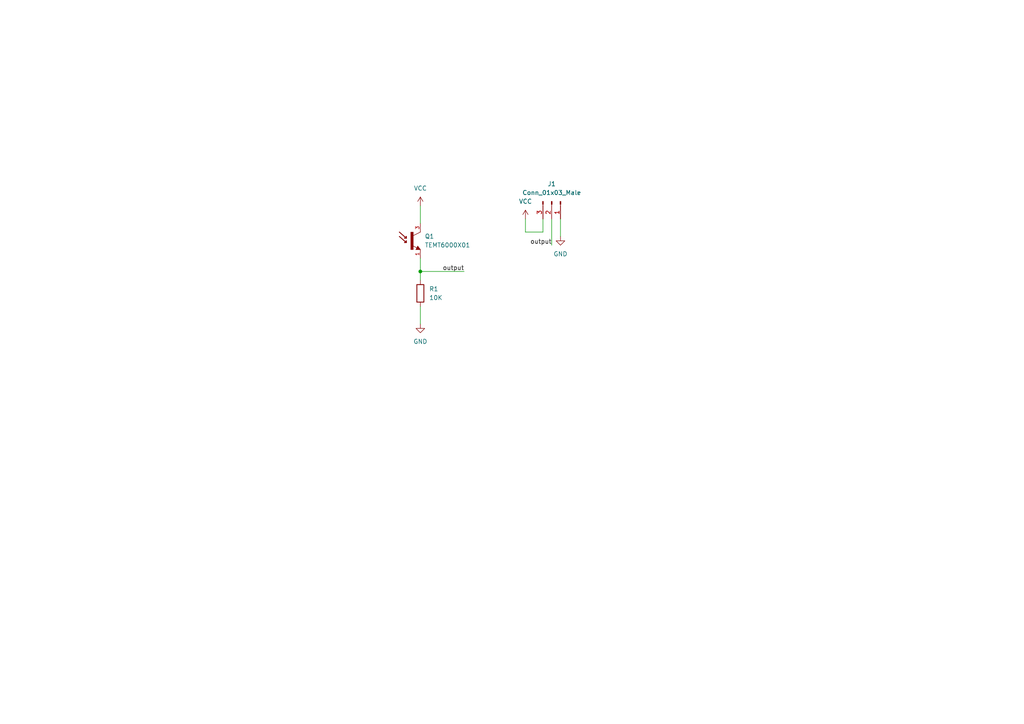
<source format=kicad_sch>
(kicad_sch (version 20211123) (generator eeschema)
  (paper "A4")
  (lib_symbols
    (symbol "Connector:Conn_01x03_Male" (pin_names (offset 1.016) hide)
      (property "Reference" "J" (at 0 5.08 0))
      (property "Value" "Conn_01x03_Male" (at 0 -5.08 0))
      (symbol "Conn_01x03_Male_1_1"
        (polyline (pts (xy 1.27 -2.54) (xy 0.8636 -2.54)) (stroke (width 0.1524)))
        (polyline (pts (xy 1.27 0) (xy 0.8636 0)) (stroke (width 0.1524)))
        (polyline (pts (xy 1.27 2.54) (xy 0.8636 2.54)) (stroke (width 0.1524)))
        (rectangle (start 0.8636 -2.413) (end 0 -2.667) (stroke (width 0.1524)) (fill (type outline)))
        (rectangle (start 0.8636 0.127) (end 0 -0.127) (stroke (width 0.1524)) (fill (type outline)))
        (rectangle (start 0.8636 2.667) (end 0 2.413) (stroke (width 0.1524)) (fill (type outline)))
        (pin passive line (at 5.08 2.54 180) (length 3.81) (name "Pin_1") (number "1"))
        (pin passive line (at 5.08 0 180) (length 3.81) (name "Pin_2") (number "2"))
        (pin passive line (at 5.08 -2.54 180) (length 3.81) (name "Pin_3") (number "3"))
      )
    )
    (symbol "Device:R" (pin_numbers hide) (pin_names (offset 0))
      (property "Reference" "R" (at 2.032 0 90))
      (property "Value" "R" (at 0 0 90))
      (symbol "R_0_1"
        (rectangle (start -1.016 -2.54) (end 1.016 2.54) (stroke (width 0.254)))
      )
      (symbol "R_1_1"
        (pin passive line (at 0 3.81 270) (length 1.27) (name "~") (number "1"))
        (pin passive line (at 0 -3.81 90) (length 1.27) (name "~") (number "2"))
      )
    )
    (symbol "TEMT6000X01:TEMT6000X01" (pin_names (offset 1.016))
      (property "Reference" "Q" (at 5.0999 0 0))
      (property "Value" "TEMT6000X01" (at 5.0887 -2.5444 0))
      (symbol "TEMT6000X01_0_0"
        (rectangle (start -0.2547 -2.5468) (end 0.508 2.54) (stroke (width 0.1)) (fill (type outline)))
        (polyline (pts (xy -3.556 1.27) (xy -1.524 -0.508)) (stroke (width 0.254)))
        (polyline (pts (xy -3.556 2.54) (xy -1.524 0.762)) (stroke (width 0.254)))
        (polyline (pts (xy -2.032 -0.508) (xy -1.524 0)) (stroke (width 0.254)))
        (polyline (pts (xy -2.032 0.762) (xy -1.524 1.27)) (stroke (width 0.254)))
        (polyline (pts (xy -1.524 -0.508) (xy -2.032 -0.508)) (stroke (width 0.254)))
        (polyline (pts (xy -1.524 0) (xy -1.524 -0.508)) (stroke (width 0.254)))
        (polyline (pts (xy -1.524 0.762) (xy -2.032 0.762)) (stroke (width 0.254)))
        (polyline (pts (xy -1.524 1.27) (xy -1.524 0.762)) (stroke (width 0.254)))
        (polyline (pts (xy 1.27 -2.54) (xy 1.778 -1.524)) (stroke (width 0.1524)))
        (polyline (pts (xy 1.524 -2.413) (xy 2.286 -2.413)) (stroke (width 0.254)))
        (polyline (pts (xy 1.524 -2.286) (xy 1.905 -2.286)) (stroke (width 0.254)))
        (polyline (pts (xy 1.54 -2.04) (xy 0.308 -1.424)) (stroke (width 0.1524)))
        (polyline (pts (xy 1.778 -1.778) (xy 1.524 -2.286)) (stroke (width 0.254)))
        (polyline (pts (xy 1.778 -1.524) (xy 2.54 -2.54)) (stroke (width 0.1524)))
        (polyline (pts (xy 1.905 -2.286) (xy 1.778 -2.032)) (stroke (width 0.254)))
        (polyline (pts (xy 2.286 -2.413) (xy 1.778 -1.778)) (stroke (width 0.254)))
        (polyline (pts (xy 2.54 -2.54) (xy 1.27 -2.54)) (stroke (width 0.1524)))
        (polyline (pts (xy 2.54 2.54) (xy 0.508 1.524)) (stroke (width 0.1524)))
        (pin passive line (at 2.54 -5.08 90) (length 2.54) (name "~") (number "1"))
        (pin passive line (at 2.54 5.08 270) (length 2.54) (name "~") (number "3"))
      )
    )
    (symbol "power:GND" (power) (pin_names (offset 0))
      (property "Value" "GND" (at 0 -3.81 0))
      (symbol "GND_0_1"
        (polyline (pts (xy 0 0) (xy 0 -1.27) (xy 1.27 -1.27) (xy 0 -2.54) (xy -1.27 -1.27) (xy 0 -1.27)))
      )
      (symbol "GND_1_1"
        (pin power_in line (at 0 0 270) (length 0) hide (name "GND") (number "1"))
      )
    )
    (symbol "power:VCC" (power) (pin_names (offset 0))
      (property "Value" "VCC" (at 0 3.81 0))
      (symbol "VCC_0_1"
        (polyline (pts (xy -0.762 1.27) (xy 0 2.54)))
        (polyline (pts (xy 0 0) (xy 0 2.54)))
        (polyline (pts (xy 0 2.54) (xy 0.762 1.27)))
      )
      (symbol "VCC_1_1"
        (pin power_in line (at 0 0 90) (length 0) hide (name "VCC") (number "1"))
      )
    )
  )
  (junction (at 121.92 78.74))
  (wire (pts (xy 121.92 59.69) (xy 121.92 64.77)))
  (wire (pts (xy 121.92 78.74) (xy 121.92 81.28)))
  (wire (pts (xy 121.92 88.9) (xy 121.92 93.98)))
  (wire (pts (xy 121.92 78.74) (xy 134.62 78.74)))
  (wire (pts (xy 162.56 63.5) (xy 162.56 68.58)))
  (wire (pts (xy 121.92 74.93) (xy 121.92 78.74)))
  (wire (pts (xy 152.4 63.5) (xy 152.4 67.31)))
  (wire (pts (xy 157.48 67.31) (xy 157.48 63.5)))
  (wire (pts (xy 160.02 63.5) (xy 160.02 71.12)))
  (wire (pts (xy 152.4 67.31) (xy 157.48 67.31)))
  (label "output" (at 134.62 78.74 180))
  (label "output" (at 160.02 71.12 180))
  (symbol (lib_id "power:VCC") (at 152.4 63.5 0) (unit 1)
    (property "Reference" "#PWR03" (effects hide))
    (property "Value" "VCC" (at 152.4 58.42 0))
  )
  (symbol (lib_id "power:GND") (at 121.92 93.98 0) (unit 1)
    (property "Reference" "#PWR02" (effects hide))
    (property "Value" "GND" (at 121.92 99.06 0))
  )
  (symbol (lib_id "TEMT6000X01:TEMT6000X01") (at 119.38 69.85 0) (unit 1)
    (property "Reference" "Q1" (at 123.19 68.5545 0) (effects (justify left)))
    (property "Value" "TEMT6000X01" (at 123.19 71.0945 0) (effects (justify left)))
    (property "Footprint" "TEMT6000X01:TRANS_TEMT6000X01" (effects hide))
    (property "MANUFACTURER" "VISHAY" (effects hide))
    (property "PARTREV" "1.9" (effects hide))
    (property "STANDARD" "Manufacturer Recommendations" (effects hide))
  )
  (symbol (lib_id "Device:R") (at 121.92 85.09 0) (unit 1)
    (property "Reference" "R1" (at 124.46 83.8199 0) (effects (justify left)))
    (property "Value" "10K" (at 124.46 86.3599 0) (effects (justify left)))
    (property "Footprint" "Resistor_SMD:R_0805_2012Metric_Pad1.20x1.40mm_HandSolder" (effects hide))
  )
  (symbol (lib_id "Connector:Conn_01x03_Male") (at 160.02 58.42 270) (unit 1)
    (property "Reference" "J1" (at 160.02 53.34 90))
    (property "Value" "Conn_01x03_Male" (at 160.02 55.88 90))
    (property "Footprint" "Connector_PinSocket_2.54mm:PinSocket_1x03_P2.54mm_Vertical" (effects hide))
  )
  (symbol (lib_id "power:VCC") (at 121.92 59.69 0) (unit 1)
    (property "Reference" "#PWR01" (effects hide))
    (property "Value" "VCC" (at 121.92 54.61 0))
  )
  (symbol (lib_id "power:GND") (at 162.56 68.58 0) (unit 1)
    (property "Reference" "#PWR04" (effects hide))
    (property "Value" "GND" (at 162.56 73.66 0))
  )
)
</source>
